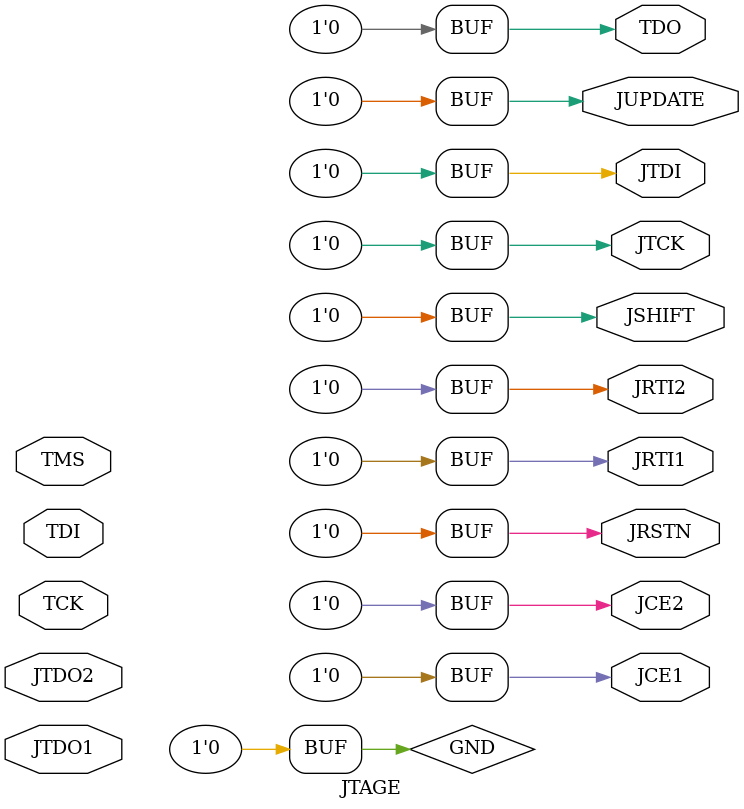
<source format=v>
`resetall
`timescale 1 ns / 1 ps

`celldefine

module JTAGE (TCK, TMS, TDI, JTDO1, JTDO2, 
              TDO, JTCK, JTDI, JSHIFT, JUPDATE, JRSTN,
              JCE1, JCE2, JRTI1, JRTI2);

 input   TCK, TMS, TDI, JTDO1, JTDO2;

 output  TDO, JTCK, JTDI, JSHIFT, JUPDATE, JRSTN;
 output  JCE1, JCE2, JRTI1, JRTI2;

 parameter ER1 = "ENABLED";
 parameter ER2 = "ENABLED";

 initial
    $display ("Warning! Empty model is being used for block \"JTAGE\", for the full functional model please use either the encrypted or the pre-compiled models.");

 supply0 GND;
 buf (TDO, GND);
 buf (JTCK, GND);
 buf (JTDI, GND);
 buf (JSHIFT, GND);
 buf (JUPDATE, GND);
 buf (JRSTN, GND);
 buf (JCE1, GND);
 buf (JCE2, GND);
 buf (JRTI1, GND);
 buf (JRTI2, GND);

endmodule

`endcelldefine

</source>
